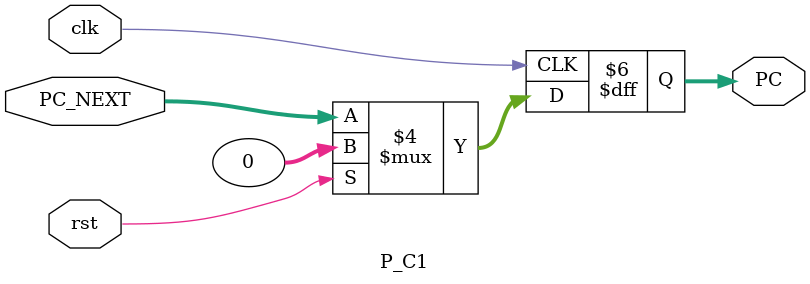
<source format=v>
`timescale 1ns / 1ps
module P_C1(
input clk,rst,
input [31:0] PC_NEXT,
output reg [31:0]PC

);
always @(posedge clk) begin
if(rst==1'b1)
begin
    PC<=32'h00000000;
    
end
else PC<=PC_NEXT;  
end
endmodule

</source>
